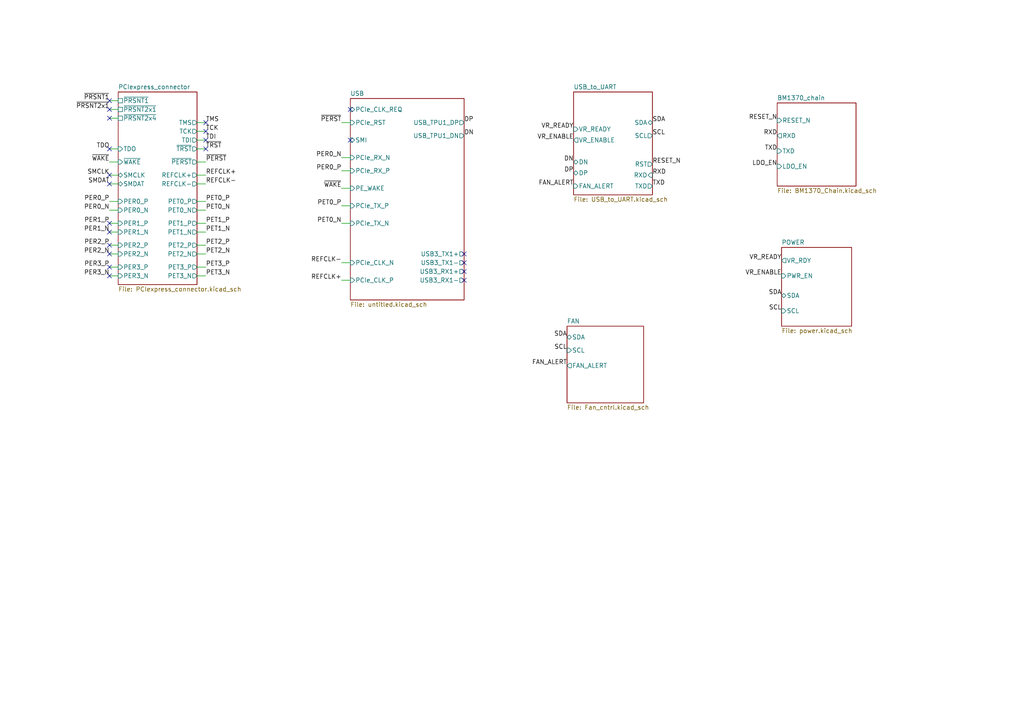
<source format=kicad_sch>
(kicad_sch
	(version 20250114)
	(generator "eeschema")
	(generator_version "9.0")
	(uuid "540dc3bd-590a-41f0-90cd-0aeeeb4ef5ba")
	(paper "A4")
	(title_block
		(title "PC-AXE")
		(company "Author: Aadhi M")
	)
	(lib_symbols)
	(no_connect
		(at 31.75 34.29)
		(uuid "1570c6f0-c1a5-4329-8d4b-4bb1294ad916")
	)
	(no_connect
		(at 101.6 40.64)
		(uuid "1d8ce5d9-2365-4a76-8616-5acc19490bf8")
	)
	(no_connect
		(at 31.75 71.12)
		(uuid "205a34a0-d624-4ee7-a31c-0e5f866990d6")
	)
	(no_connect
		(at 59.69 38.1)
		(uuid "2fc19e40-9f54-4a47-81dc-522d5a912530")
	)
	(no_connect
		(at 31.75 67.31)
		(uuid "32dc944e-edf0-4572-a8ee-c22b20477b41")
	)
	(no_connect
		(at 134.62 76.2)
		(uuid "37800e5e-2bec-43a7-b783-70781509e29f")
	)
	(no_connect
		(at 101.6 31.75)
		(uuid "49a3b812-1be4-4d75-b95e-f6c0baec5570")
	)
	(no_connect
		(at 31.75 73.66)
		(uuid "58be28e4-e2c8-4569-be40-a1a59667e8a6")
	)
	(no_connect
		(at 31.75 50.8)
		(uuid "7299274c-cd69-4e81-98a7-83811b78f384")
	)
	(no_connect
		(at 59.69 40.64)
		(uuid "82ae4a54-053a-4fee-9d14-0d0ebdced45a")
	)
	(no_connect
		(at 31.75 64.77)
		(uuid "90cd2a10-b6b4-4452-894c-15d1f4a84898")
	)
	(no_connect
		(at 31.75 80.01)
		(uuid "9836fd25-e717-4314-97f5-87abb717dfa5")
	)
	(no_connect
		(at 31.75 53.34)
		(uuid "9c0615ce-ae6b-4c21-9243-4d97a129a2e1")
	)
	(no_connect
		(at 59.69 43.18)
		(uuid "a0cdf537-f1ee-491a-88a7-26100ae877e9")
	)
	(no_connect
		(at 134.62 73.66)
		(uuid "c6bb6558-0f18-4ab9-b206-23bba7f5a893")
	)
	(no_connect
		(at 134.62 78.74)
		(uuid "d10225fc-158a-4fa1-9ca7-d482e3cc49c9")
	)
	(no_connect
		(at 31.75 77.47)
		(uuid "e4d0819b-3ef3-4e71-8aa1-96ace882b9c5")
	)
	(no_connect
		(at 31.75 43.18)
		(uuid "ebfad32d-ebb8-48b4-acdb-f165a9e403a5")
	)
	(no_connect
		(at 59.69 35.56)
		(uuid "eefbc2ff-b50c-4310-99b3-1a42ae6577af")
	)
	(no_connect
		(at 31.75 29.21)
		(uuid "f1d32ac1-176c-44ce-a76d-5b633a4f6e6c")
	)
	(no_connect
		(at 134.62 81.28)
		(uuid "f637d6b5-821d-4ade-8a34-30c5388fbd7c")
	)
	(no_connect
		(at 31.75 31.75)
		(uuid "fe6b1fc4-e2e7-4bc4-906c-45c84b4d4f9a")
	)
	(wire
		(pts
			(xy 31.75 50.8) (xy 34.29 50.8)
		)
		(stroke
			(width 0)
			(type default)
		)
		(uuid "03f10de5-3dc0-432d-aeee-7d0f933d8040")
	)
	(wire
		(pts
			(xy 57.15 71.12) (xy 59.69 71.12)
		)
		(stroke
			(width 0)
			(type default)
		)
		(uuid "0544d9a1-7298-4f91-9cd0-131739e17f9d")
	)
	(wire
		(pts
			(xy 99.06 76.2) (xy 101.6 76.2)
		)
		(stroke
			(width 0)
			(type default)
		)
		(uuid "06ad0ad6-79d2-4597-92d9-99f249d2ead5")
	)
	(wire
		(pts
			(xy 99.06 81.28) (xy 101.6 81.28)
		)
		(stroke
			(width 0)
			(type default)
		)
		(uuid "07aeb524-45ff-4550-a9e2-21761c9ef38d")
	)
	(wire
		(pts
			(xy 57.15 80.01) (xy 59.69 80.01)
		)
		(stroke
			(width 0)
			(type default)
		)
		(uuid "0afba477-331b-419e-8b43-b421a982cb67")
	)
	(wire
		(pts
			(xy 31.75 31.75) (xy 34.29 31.75)
		)
		(stroke
			(width 0)
			(type default)
		)
		(uuid "1578e7cd-efd1-40f2-a74f-7fcd595faa56")
	)
	(wire
		(pts
			(xy 57.15 38.1) (xy 59.69 38.1)
		)
		(stroke
			(width 0)
			(type default)
		)
		(uuid "184c3153-4250-4508-80f6-50959436fdf5")
	)
	(wire
		(pts
			(xy 99.06 35.56) (xy 101.6 35.56)
		)
		(stroke
			(width 0)
			(type default)
		)
		(uuid "1ffb3f67-8f8e-46f5-8c62-fc74f7a5c0cd")
	)
	(wire
		(pts
			(xy 57.15 53.34) (xy 59.69 53.34)
		)
		(stroke
			(width 0)
			(type default)
		)
		(uuid "205bb2a8-8c14-4790-92b7-c0a747709fde")
	)
	(wire
		(pts
			(xy 31.75 43.18) (xy 34.29 43.18)
		)
		(stroke
			(width 0)
			(type default)
		)
		(uuid "27440f51-fd65-46d5-bf4a-2c6f538425e8")
	)
	(wire
		(pts
			(xy 57.15 43.18) (xy 59.69 43.18)
		)
		(stroke
			(width 0)
			(type default)
		)
		(uuid "2dd1c1eb-2bd1-4eae-875e-ef17ddede4de")
	)
	(wire
		(pts
			(xy 31.75 46.99) (xy 34.29 46.99)
		)
		(stroke
			(width 0)
			(type default)
		)
		(uuid "330ef710-afac-4a47-94b0-6d51c9802412")
	)
	(wire
		(pts
			(xy 31.75 29.21) (xy 34.29 29.21)
		)
		(stroke
			(width 0)
			(type default)
		)
		(uuid "36e13cc7-aaea-47a6-91bc-e2b162042c79")
	)
	(wire
		(pts
			(xy 31.75 34.29) (xy 34.29 34.29)
		)
		(stroke
			(width 0)
			(type default)
		)
		(uuid "3c2f103c-6461-453e-8221-3be95f78289c")
	)
	(wire
		(pts
			(xy 31.75 58.42) (xy 34.29 58.42)
		)
		(stroke
			(width 0)
			(type default)
		)
		(uuid "475ccbcc-8c78-4528-87eb-15ebf6842fae")
	)
	(wire
		(pts
			(xy 31.75 60.96) (xy 34.29 60.96)
		)
		(stroke
			(width 0)
			(type default)
		)
		(uuid "50aea757-9877-43bb-ba83-5f51c46655f8")
	)
	(wire
		(pts
			(xy 31.75 53.34) (xy 34.29 53.34)
		)
		(stroke
			(width 0)
			(type default)
		)
		(uuid "518a45b9-973d-4400-954b-35734e01ec22")
	)
	(wire
		(pts
			(xy 57.15 73.66) (xy 59.69 73.66)
		)
		(stroke
			(width 0)
			(type default)
		)
		(uuid "63c82c7d-5658-4a6e-97bd-6f841ab732ec")
	)
	(wire
		(pts
			(xy 31.75 67.31) (xy 34.29 67.31)
		)
		(stroke
			(width 0)
			(type default)
		)
		(uuid "66e61b18-c2ec-4299-8ea7-13bb87b37268")
	)
	(wire
		(pts
			(xy 57.15 67.31) (xy 59.69 67.31)
		)
		(stroke
			(width 0)
			(type default)
		)
		(uuid "6b69ef97-6b99-49c4-872d-3bfde1cb50e7")
	)
	(wire
		(pts
			(xy 99.06 54.61) (xy 101.6 54.61)
		)
		(stroke
			(width 0)
			(type default)
		)
		(uuid "723b42e2-e6a9-452f-ab96-1e0a3685299b")
	)
	(wire
		(pts
			(xy 99.06 49.53) (xy 101.6 49.53)
		)
		(stroke
			(width 0)
			(type default)
		)
		(uuid "72c21775-f8f6-4acf-9836-29a973122dfb")
	)
	(wire
		(pts
			(xy 57.15 58.42) (xy 59.69 58.42)
		)
		(stroke
			(width 0)
			(type default)
		)
		(uuid "839ab67e-345a-41f7-9f74-8751b126ad3b")
	)
	(wire
		(pts
			(xy 31.75 71.12) (xy 34.29 71.12)
		)
		(stroke
			(width 0)
			(type default)
		)
		(uuid "8bd3e57c-bec7-461b-b3a0-f0a81f124c6b")
	)
	(wire
		(pts
			(xy 57.15 60.96) (xy 59.69 60.96)
		)
		(stroke
			(width 0)
			(type default)
		)
		(uuid "8e194789-7450-44de-b6d8-7aa67b3446cc")
	)
	(wire
		(pts
			(xy 57.15 64.77) (xy 59.69 64.77)
		)
		(stroke
			(width 0)
			(type default)
		)
		(uuid "96d951b0-e122-4b7d-bf2f-7b7872d013fb")
	)
	(wire
		(pts
			(xy 31.75 80.01) (xy 34.29 80.01)
		)
		(stroke
			(width 0)
			(type default)
		)
		(uuid "9e1a165c-1b1d-49e5-ae46-70d686f0438e")
	)
	(wire
		(pts
			(xy 57.15 46.99) (xy 59.69 46.99)
		)
		(stroke
			(width 0)
			(type default)
		)
		(uuid "b453e55e-440e-4da6-bfda-ed1f6a1c5fa8")
	)
	(wire
		(pts
			(xy 57.15 35.56) (xy 59.69 35.56)
		)
		(stroke
			(width 0)
			(type default)
		)
		(uuid "b5f0c0a7-433b-4f4b-ad78-cf1fc48aa366")
	)
	(wire
		(pts
			(xy 99.06 45.72) (xy 101.6 45.72)
		)
		(stroke
			(width 0)
			(type default)
		)
		(uuid "c10010c2-0e42-40f4-bade-cfb1f33b4a21")
	)
	(wire
		(pts
			(xy 99.06 64.77) (xy 101.6 64.77)
		)
		(stroke
			(width 0)
			(type default)
		)
		(uuid "c2e0ac18-a9c9-4d54-9b5a-64abeb67146e")
	)
	(wire
		(pts
			(xy 31.75 73.66) (xy 34.29 73.66)
		)
		(stroke
			(width 0)
			(type default)
		)
		(uuid "c3258b82-0754-438f-9dbb-4cc25f36c84d")
	)
	(wire
		(pts
			(xy 57.15 40.64) (xy 59.69 40.64)
		)
		(stroke
			(width 0)
			(type default)
		)
		(uuid "c4300b9c-4f36-420e-a950-d9b94a20dc25")
	)
	(wire
		(pts
			(xy 99.06 59.69) (xy 101.6 59.69)
		)
		(stroke
			(width 0)
			(type default)
		)
		(uuid "c7075d84-00f0-4971-bc69-115cd3fad582")
	)
	(wire
		(pts
			(xy 57.15 77.47) (xy 59.69 77.47)
		)
		(stroke
			(width 0)
			(type default)
		)
		(uuid "c90012a9-b553-4788-9521-1cfaf09c3af3")
	)
	(wire
		(pts
			(xy 31.75 64.77) (xy 34.29 64.77)
		)
		(stroke
			(width 0)
			(type default)
		)
		(uuid "e09f3ece-fd63-48ad-90e9-7f4191f36b40")
	)
	(wire
		(pts
			(xy 31.75 77.47) (xy 34.29 77.47)
		)
		(stroke
			(width 0)
			(type default)
		)
		(uuid "f5dcd5ac-625a-4fa9-9f30-4dff6b39e72c")
	)
	(wire
		(pts
			(xy 57.15 50.8) (xy 59.69 50.8)
		)
		(stroke
			(width 0)
			(type default)
		)
		(uuid "f740315d-1635-4721-ab87-60892c8099bf")
	)
	(label "PER1_P"
		(at 31.75 64.77 180)
		(effects
			(font
				(size 1.27 1.27)
			)
			(justify right bottom)
		)
		(uuid "040481b7-d15f-4d19-aa51-4979570f4e77")
	)
	(label "SCL"
		(at 164.465 101.6 180)
		(effects
			(font
				(size 1.27 1.27)
			)
			(justify right bottom)
		)
		(uuid "0791d9ac-dcfa-4a41-a4db-059e388a3a81")
	)
	(label "PER3_P"
		(at 31.75 77.47 180)
		(effects
			(font
				(size 1.27 1.27)
			)
			(justify right bottom)
		)
		(uuid "0a50bb8c-8d08-432e-944b-952d4c1ec18e")
	)
	(label "PET1_N"
		(at 59.69 67.31 0)
		(effects
			(font
				(size 1.27 1.27)
			)
			(justify left bottom)
		)
		(uuid "0b70a29e-2aae-419a-bfea-e88d3d90f020")
	)
	(label "VR_ENABLE"
		(at 166.37 40.64 180)
		(effects
			(font
				(size 1.27 1.27)
			)
			(justify right bottom)
		)
		(uuid "12dfad6e-9e83-4649-b816-2f0fb2c2b8ff")
	)
	(label "PER1_N"
		(at 31.75 67.31 180)
		(effects
			(font
				(size 1.27 1.27)
			)
			(justify right bottom)
		)
		(uuid "13ac4dec-9e99-4b85-a59e-b678c04373a2")
	)
	(label "RESET_N"
		(at 189.23 47.625 0)
		(effects
			(font
				(size 1.27 1.27)
			)
			(justify left bottom)
		)
		(uuid "14ffe69f-55de-4121-8fcb-24833eec7a4e")
	)
	(label "TXD"
		(at 225.425 43.815 180)
		(effects
			(font
				(size 1.27 1.27)
			)
			(justify right bottom)
		)
		(uuid "1712ce2f-66b1-4eba-94a4-7a9fb57fb877")
	)
	(label "TDO"
		(at 31.75 43.18 180)
		(effects
			(font
				(size 1.27 1.27)
			)
			(justify right bottom)
		)
		(uuid "1b70d5c0-a8e7-4752-bb6d-06b6acfd68e4")
	)
	(label "~{PRSNT1}"
		(at 31.75 29.21 180)
		(effects
			(font
				(size 1.27 1.27)
			)
			(justify right bottom)
		)
		(uuid "1edccfec-f834-479c-87fb-fe2ca440841a")
	)
	(label "PER0_P"
		(at 31.75 58.42 180)
		(effects
			(font
				(size 1.27 1.27)
			)
			(justify right bottom)
		)
		(uuid "2b320a06-df43-4a56-a431-9f6ea55fa165")
	)
	(label "DN"
		(at 134.62 39.37 0)
		(effects
			(font
				(size 1.27 1.27)
			)
			(justify left bottom)
		)
		(uuid "318b6fef-cb3f-4ac6-908e-9a82c56d9064")
	)
	(label "PET2_P"
		(at 59.69 71.12 0)
		(effects
			(font
				(size 1.27 1.27)
			)
			(justify left bottom)
		)
		(uuid "3b8fa938-f6c0-428b-a841-f37ed800f564")
	)
	(label "TCK"
		(at 59.69 38.1 0)
		(effects
			(font
				(size 1.27 1.27)
			)
			(justify left bottom)
		)
		(uuid "42df29da-a623-4256-b1e8-68db2a88842d")
	)
	(label "LDO_EN"
		(at 225.425 48.26 180)
		(effects
			(font
				(size 1.27 1.27)
			)
			(justify right bottom)
		)
		(uuid "47403a14-94ae-4364-afa5-f89fef46f0e4")
	)
	(label "REFCLK+"
		(at 99.06 81.28 180)
		(effects
			(font
				(size 1.27 1.27)
			)
			(justify right bottom)
		)
		(uuid "49f86605-d520-4680-8ee1-1a766331c10f")
	)
	(label "REFCLK-"
		(at 99.06 76.2 180)
		(effects
			(font
				(size 1.27 1.27)
			)
			(justify right bottom)
		)
		(uuid "509df149-81dd-4b61-8415-d53a043a1c79")
	)
	(label "~{PERST}"
		(at 99.06 35.56 180)
		(effects
			(font
				(size 1.27 1.27)
			)
			(justify right bottom)
		)
		(uuid "534ba71a-96f1-4b85-a004-25a47f3cfec6")
	)
	(label "~{PERST}"
		(at 59.69 46.99 0)
		(effects
			(font
				(size 1.27 1.27)
			)
			(justify left bottom)
		)
		(uuid "598bc040-7d3c-43bb-8353-b67ac192c42f")
	)
	(label "PET1_P"
		(at 59.69 64.77 0)
		(effects
			(font
				(size 1.27 1.27)
			)
			(justify left bottom)
		)
		(uuid "5b928846-8aa2-4bc3-9455-92812d3ac681")
	)
	(label "DP"
		(at 134.62 35.56 0)
		(effects
			(font
				(size 1.27 1.27)
			)
			(justify left bottom)
		)
		(uuid "5cba6eb1-ab72-47bf-aeee-162a5c9df4a7")
	)
	(label "~{WAKE}"
		(at 31.75 46.99 180)
		(effects
			(font
				(size 1.27 1.27)
			)
			(justify right bottom)
		)
		(uuid "5eab3cee-a6b5-4386-812f-beb1304afc0e")
	)
	(label "PET0_N"
		(at 99.06 64.77 180)
		(effects
			(font
				(size 1.27 1.27)
			)
			(justify right bottom)
		)
		(uuid "623815cc-6d77-4101-a996-c07ffb8ab37a")
	)
	(label "SMDAT"
		(at 31.75 53.34 180)
		(effects
			(font
				(size 1.27 1.27)
			)
			(justify right bottom)
		)
		(uuid "69717119-a1ce-4da4-8893-95bd2a7b4a96")
	)
	(label "PET0_P"
		(at 59.69 58.42 0)
		(effects
			(font
				(size 1.27 1.27)
			)
			(justify left bottom)
		)
		(uuid "6cba8737-b2d1-4e7b-bbc6-8d0b5e7803d9")
	)
	(label "PER2_P"
		(at 31.75 71.12 180)
		(effects
			(font
				(size 1.27 1.27)
			)
			(justify right bottom)
		)
		(uuid "6e94c5c6-8700-45af-bd82-ef688e305b07")
	)
	(label "FAN_ALERT"
		(at 166.37 53.975 180)
		(effects
			(font
				(size 1.27 1.27)
			)
			(justify right bottom)
		)
		(uuid "6fd1bf84-189f-4023-bb3a-db9b866eec35")
	)
	(label "SCL"
		(at 189.23 39.37 0)
		(effects
			(font
				(size 1.27 1.27)
			)
			(justify left bottom)
		)
		(uuid "73027d04-1e1d-4df1-95d3-025f0e2e1b0c")
	)
	(label "RXD"
		(at 189.23 50.8 0)
		(effects
			(font
				(size 1.27 1.27)
			)
			(justify left bottom)
		)
		(uuid "7f32bde9-8d96-4a72-b447-7efccab3ae15")
	)
	(label "PET3_P"
		(at 59.69 77.47 0)
		(effects
			(font
				(size 1.27 1.27)
			)
			(justify left bottom)
		)
		(uuid "8281912d-3e04-49b8-bbab-d428aee079f9")
	)
	(label "PER0_N"
		(at 99.06 45.72 180)
		(effects
			(font
				(size 1.27 1.27)
			)
			(justify right bottom)
		)
		(uuid "9488150d-d512-429d-bf4d-e29e20a0fb73")
	)
	(label "REFCLK-"
		(at 59.69 53.34 0)
		(effects
			(font
				(size 1.27 1.27)
			)
			(justify left bottom)
		)
		(uuid "95aad8d2-6c9b-44c3-9b00-f39e64e1cc1e")
	)
	(label "VR_READY"
		(at 166.37 37.465 180)
		(effects
			(font
				(size 1.27 1.27)
			)
			(justify right bottom)
		)
		(uuid "9e0f302a-f796-4203-a4c4-f72e24ef2acd")
	)
	(label "RESET_N"
		(at 225.425 34.925 180)
		(effects
			(font
				(size 1.27 1.27)
			)
			(justify right bottom)
		)
		(uuid "a39585c5-a2d1-49ba-9fcb-60a02d8b0fd4")
	)
	(label "DP"
		(at 166.37 50.165 180)
		(effects
			(font
				(size 1.27 1.27)
			)
			(justify right bottom)
		)
		(uuid "a4e73514-46c5-479b-bbb5-73f2a6b2d419")
	)
	(label "REFCLK+"
		(at 59.69 50.8 0)
		(effects
			(font
				(size 1.27 1.27)
			)
			(justify left bottom)
		)
		(uuid "a876443c-ee29-4000-b704-de88d906b7ef")
	)
	(label "TDI"
		(at 59.69 40.64 0)
		(effects
			(font
				(size 1.27 1.27)
			)
			(justify left bottom)
		)
		(uuid "ae120437-bf1b-4a4c-85d0-050bea49685d")
	)
	(label "PER2_N"
		(at 31.75 73.66 180)
		(effects
			(font
				(size 1.27 1.27)
			)
			(justify right bottom)
		)
		(uuid "b833862b-4e01-4a53-bc10-46681a885e96")
	)
	(label "SDA"
		(at 189.23 35.56 0)
		(effects
			(font
				(size 1.27 1.27)
			)
			(justify left bottom)
		)
		(uuid "b862133f-ebb3-4464-87ab-318695023075")
	)
	(label "RXD"
		(at 225.425 39.37 180)
		(effects
			(font
				(size 1.27 1.27)
			)
			(justify right bottom)
		)
		(uuid "bf81eec4-4e78-46d1-ae17-9299c443300b")
	)
	(label "SDA"
		(at 226.695 85.725 180)
		(effects
			(font
				(size 1.27 1.27)
			)
			(justify right bottom)
		)
		(uuid "c192f699-ea18-405f-ac0d-64dda99fb4fc")
	)
	(label "PET3_N"
		(at 59.69 80.01 0)
		(effects
			(font
				(size 1.27 1.27)
			)
			(justify left bottom)
		)
		(uuid "c616b147-6b16-47ae-aad3-cfd629eadea7")
	)
	(label "DN"
		(at 166.37 46.99 180)
		(effects
			(font
				(size 1.27 1.27)
			)
			(justify right bottom)
		)
		(uuid "c95040de-8b80-43c5-b3b7-2af95ae7f8f7")
	)
	(label "PET2_N"
		(at 59.69 73.66 0)
		(effects
			(font
				(size 1.27 1.27)
			)
			(justify left bottom)
		)
		(uuid "caa99ec0-fb12-47e7-9ec9-427302ddc63e")
	)
	(label "TMS"
		(at 59.69 35.56 0)
		(effects
			(font
				(size 1.27 1.27)
			)
			(justify left bottom)
		)
		(uuid "ce9be9e8-f41a-4ab8-9451-77080e470e12")
	)
	(label "PET0_P"
		(at 99.06 59.69 180)
		(effects
			(font
				(size 1.27 1.27)
			)
			(justify right bottom)
		)
		(uuid "cf885016-4c16-4119-ae6a-c6eaf8601441")
	)
	(label "FAN_ALERT"
		(at 164.465 106.045 180)
		(effects
			(font
				(size 1.27 1.27)
			)
			(justify right bottom)
		)
		(uuid "d0f0c394-4ed9-46df-b157-1b60659c227a")
	)
	(label "SDA"
		(at 164.465 97.79 180)
		(effects
			(font
				(size 1.27 1.27)
			)
			(justify right bottom)
		)
		(uuid "d63e35cd-a17d-41ea-8a17-64c2a9af12e0")
	)
	(label "~{TRST}"
		(at 59.69 43.18 0)
		(effects
			(font
				(size 1.27 1.27)
			)
			(justify left bottom)
		)
		(uuid "db939158-6e32-4c57-8197-2121e5849d01")
	)
	(label "PER0_P"
		(at 99.06 49.53 180)
		(effects
			(font
				(size 1.27 1.27)
			)
			(justify right bottom)
		)
		(uuid "dd68da6e-2f5f-4061-ab43-259778e21f18")
	)
	(label "VR_ENABLE"
		(at 226.695 80.01 180)
		(effects
			(font
				(size 1.27 1.27)
			)
			(justify right bottom)
		)
		(uuid "e042ecfa-134f-4ccf-a32c-29fa0e5d5887")
	)
	(label "TXD"
		(at 189.23 53.975 0)
		(effects
			(font
				(size 1.27 1.27)
			)
			(justify left bottom)
		)
		(uuid "e6c0dc2d-32c7-4a2d-824f-72ec41dd81bd")
	)
	(label "~{WAKE}"
		(at 99.06 54.61 180)
		(effects
			(font
				(size 1.27 1.27)
			)
			(justify right bottom)
		)
		(uuid "e817f30c-13e9-457f-9bf7-a911b0315c10")
	)
	(label "PET0_N"
		(at 59.69 60.96 0)
		(effects
			(font
				(size 1.27 1.27)
			)
			(justify left bottom)
		)
		(uuid "e9feebcc-bee8-46be-9175-af91d779e297")
	)
	(label "~{PRSNT2x1}"
		(at 31.75 31.75 180)
		(effects
			(font
				(size 1.27 1.27)
			)
			(justify right bottom)
		)
		(uuid "ea867777-c158-4622-8fbb-e6f406c21bd6")
	)
	(label "SCL"
		(at 226.695 90.17 180)
		(effects
			(font
				(size 1.27 1.27)
			)
			(justify right bottom)
		)
		(uuid "ede2b1f5-15d3-4fe3-b3c1-686d607ac4c0")
	)
	(label "PER0_N"
		(at 31.75 60.96 180)
		(effects
			(font
				(size 1.27 1.27)
			)
			(justify right bottom)
		)
		(uuid "fc66f628-d2b5-4900-bb72-3153a8b3a687")
	)
	(label "SMCLK"
		(at 31.75 50.8 180)
		(effects
			(font
				(size 1.27 1.27)
			)
			(justify right bottom)
		)
		(uuid "fe4a9aa0-5f84-4f10-b326-ecc5ab3a9b08")
	)
	(label "VR_READY"
		(at 226.695 75.565 180)
		(effects
			(font
				(size 1.27 1.27)
			)
			(justify right bottom)
		)
		(uuid "ff6e5734-474a-4e86-a78e-ef4755212920")
	)
	(label "PER3_N"
		(at 31.75 80.01 180)
		(effects
			(font
				(size 1.27 1.27)
			)
			(justify right bottom)
		)
		(uuid "ffc97a3f-3905-4a95-918f-4c11e86953b1")
	)
	(sheet
		(at 34.29 26.67)
		(size 22.86 55.88)
		(exclude_from_sim no)
		(in_bom yes)
		(on_board yes)
		(dnp no)
		(fields_autoplaced yes)
		(stroke
			(width 0)
			(type solid)
		)
		(fill
			(color 0 0 0 0.0000)
		)
		(uuid "00000000-0000-0000-0000-00005d508b15")
		(property "Sheetname" "PCIexpress_connector"
			(at 34.29 25.9584 0)
			(effects
				(font
					(size 1.27 1.27)
				)
				(justify left bottom)
			)
		)
		(property "Sheetfile" "PCIexpress_connector.kicad_sch"
			(at 34.29 83.1346 0)
			(effects
				(font
					(size 1.27 1.27)
				)
				(justify left top)
			)
		)
		(pin "PET0_P" output
			(at 57.15 58.42 0)
			(uuid "ad9575f7-0f8a-4903-abac-85bf78b77bae")
			(effects
				(font
					(size 1.27 1.27)
				)
				(justify right)
			)
		)
		(pin "PET0_N" output
			(at 57.15 60.96 0)
			(uuid "7cf3800d-bd15-41a1-92d9-d43c74af71fb")
			(effects
				(font
					(size 1.27 1.27)
				)
				(justify right)
			)
		)
		(pin "REFCLK+" output
			(at 57.15 50.8 0)
			(uuid "11c61cde-446f-4e8a-b46c-befae2e268e7")
			(effects
				(font
					(size 1.27 1.27)
				)
				(justify right)
			)
		)
		(pin "REFCLK-" output
			(at 57.15 53.34 0)
			(uuid "04deffd4-95ac-40ea-b7a7-6dca7c04063f")
			(effects
				(font
					(size 1.27 1.27)
				)
				(justify right)
			)
		)
		(pin "TDO" input
			(at 34.29 43.18 180)
			(uuid "d5adc5c4-aa99-4616-83cd-f2cf000e9307")
			(effects
				(font
					(size 1.27 1.27)
				)
				(justify left)
			)
		)
		(pin "TMS" output
			(at 57.15 35.56 0)
			(uuid "1664a5cf-f8d2-42e0-9723-3072d829f38d")
			(effects
				(font
					(size 1.27 1.27)
				)
				(justify right)
			)
		)
		(pin "TDI" output
			(at 57.15 40.64 0)
			(uuid "d1c962b2-48bb-4b3e-9f6b-23e9b42ab632")
			(effects
				(font
					(size 1.27 1.27)
				)
				(justify right)
			)
		)
		(pin "TCK" output
			(at 57.15 38.1 0)
			(uuid "67cd7249-115f-4464-97e5-980282b1ff7a")
			(effects
				(font
					(size 1.27 1.27)
				)
				(justify right)
			)
		)
		(pin "PET1_P" output
			(at 57.15 64.77 0)
			(uuid "c357be69-2a5f-4a49-80b8-f867a74fd52f")
			(effects
				(font
					(size 1.27 1.27)
				)
				(justify right)
			)
		)
		(pin "PET1_N" output
			(at 57.15 67.31 0)
			(uuid "49729ddc-4ae8-4c8f-aeda-93161689358b")
			(effects
				(font
					(size 1.27 1.27)
				)
				(justify right)
			)
		)
		(pin "PET2_P" output
			(at 57.15 71.12 0)
			(uuid "c704ff2a-76a1-4038-a25a-f4b6a2b1cecb")
			(effects
				(font
					(size 1.27 1.27)
				)
				(justify right)
			)
		)
		(pin "PET2_N" output
			(at 57.15 73.66 0)
			(uuid "450ce2f8-7481-440c-b6bb-9f990139edc1")
			(effects
				(font
					(size 1.27 1.27)
				)
				(justify right)
			)
		)
		(pin "PET3_P" output
			(at 57.15 77.47 0)
			(uuid "a9f3d3b2-2102-4e87-8463-606276f91192")
			(effects
				(font
					(size 1.27 1.27)
				)
				(justify right)
			)
		)
		(pin "PET3_N" output
			(at 57.15 80.01 0)
			(uuid "0bd94a1f-dc2a-43f7-89d7-5bfeb89a72ce")
			(effects
				(font
					(size 1.27 1.27)
				)
				(justify right)
			)
		)
		(pin "PER1_P" input
			(at 34.29 64.77 180)
			(uuid "c4cae37d-c1f3-4868-bb5f-720ffe116b23")
			(effects
				(font
					(size 1.27 1.27)
				)
				(justify left)
			)
		)
		(pin "PER1_N" input
			(at 34.29 67.31 180)
			(uuid "5b665f71-a20a-499c-8aca-8300eb7f5a89")
			(effects
				(font
					(size 1.27 1.27)
				)
				(justify left)
			)
		)
		(pin "PER2_P" input
			(at 34.29 71.12 180)
			(uuid "f1a7d8f1-347e-438e-bdf5-c172df27a7a5")
			(effects
				(font
					(size 1.27 1.27)
				)
				(justify left)
			)
		)
		(pin "PER2_N" input
			(at 34.29 73.66 180)
			(uuid "faf1e3d6-e5b4-4cb3-8912-4d10c7083174")
			(effects
				(font
					(size 1.27 1.27)
				)
				(justify left)
			)
		)
		(pin "PER3_P" input
			(at 34.29 77.47 180)
			(uuid "fb5ddc30-4e60-428c-89c4-fbce2f2ffad7")
			(effects
				(font
					(size 1.27 1.27)
				)
				(justify left)
			)
		)
		(pin "PER3_N" input
			(at 34.29 80.01 180)
			(uuid "aa368244-6b2a-4007-af3d-15d4ed56b4ca")
			(effects
				(font
					(size 1.27 1.27)
				)
				(justify left)
			)
		)
		(pin "~{WAKE}" input
			(at 34.29 46.99 180)
			(uuid "2f628eca-4a0a-4e8c-849c-9c88b0d1663d")
			(effects
				(font
					(size 1.27 1.27)
				)
				(justify left)
			)
		)
		(pin "~{TRST}" output
			(at 57.15 43.18 0)
			(uuid "ff1f45b2-4492-430c-b736-d4a2eba96d27")
			(effects
				(font
					(size 1.27 1.27)
				)
				(justify right)
			)
		)
		(pin "SMCLK" bidirectional
			(at 34.29 50.8 180)
			(uuid "144946c9-51d1-4e33-afc9-312a707db726")
			(effects
				(font
					(size 1.27 1.27)
				)
				(justify left)
			)
		)
		(pin "SMDAT" bidirectional
			(at 34.29 53.34 180)
			(uuid "795e033d-521d-4908-b12f-4bbccab782f4")
			(effects
				(font
					(size 1.27 1.27)
				)
				(justify left)
			)
		)
		(pin "~{PERST}" output
			(at 57.15 46.99 0)
			(uuid "34ea377e-fffd-4881-9e51-0d218b457aef")
			(effects
				(font
					(size 1.27 1.27)
				)
				(justify right)
			)
		)
		(pin "~{PRSNT1}" passive
			(at 34.29 29.21 180)
			(uuid "27e593d4-ff21-4632-9642-4472a5661f7f")
			(effects
				(font
					(size 1.27 1.27)
				)
				(justify left)
			)
		)
		(pin "~{PRSNT2x4}" passive
			(at 34.29 34.29 180)
			(uuid "be50094d-edb9-484b-9b39-ad6aa351df74")
			(effects
				(font
					(size 1.27 1.27)
				)
				(justify left)
			)
		)
		(pin "~{PRSNT2x1}" passive
			(at 34.29 31.75 180)
			(uuid "debb6a05-61b2-477c-9119-e0c33e680ccd")
			(effects
				(font
					(size 1.27 1.27)
				)
				(justify left)
			)
		)
		(pin "PER0_N" input
			(at 34.29 60.96 180)
			(uuid "0eecacc1-5a5b-4ca3-89a4-3c0466f319c6")
			(effects
				(font
					(size 1.27 1.27)
				)
				(justify left)
			)
		)
		(pin "PER0_P" input
			(at 34.29 58.42 180)
			(uuid "12352cc2-39ef-418f-8191-54ad27dc6019")
			(effects
				(font
					(size 1.27 1.27)
				)
				(justify left)
			)
		)
		(instances
			(project "PC-AXE"
				(path "/540dc3bd-590a-41f0-90cd-0aeeeb4ef5ba"
					(page "2")
				)
			)
		)
	)
	(sheet
		(at 226.695 71.755)
		(size 20.32 22.86)
		(exclude_from_sim no)
		(in_bom yes)
		(on_board yes)
		(dnp no)
		(fields_autoplaced yes)
		(stroke
			(width 0.1524)
			(type solid)
		)
		(fill
			(color 0 0 0 0.0000)
		)
		(uuid "049cc3a6-36b5-4dee-bdf2-7e5f4e5480ae")
		(property "Sheetname" "POWER"
			(at 226.695 71.0434 0)
			(effects
				(font
					(size 1.27 1.27)
				)
				(justify left bottom)
			)
		)
		(property "Sheetfile" "power.kicad_sch"
			(at 226.695 95.1996 0)
			(effects
				(font
					(size 1.27 1.27)
				)
				(justify left top)
			)
		)
		(pin "VR_RDY" output
			(at 226.695 75.565 180)
			(uuid "2e8d2689-6134-4d16-b658-0ba3197458c9")
			(effects
				(font
					(size 1.27 1.27)
				)
				(justify left)
			)
		)
		(pin "PWR_EN" input
			(at 226.695 80.01 180)
			(uuid "352a379a-01b1-47bc-aa43-07468f79cc23")
			(effects
				(font
					(size 1.27 1.27)
				)
				(justify left)
			)
		)
		(pin "SDA" bidirectional
			(at 226.695 85.725 180)
			(uuid "544293bb-be9d-4950-aa22-b7e92a8daf21")
			(effects
				(font
					(size 1.27 1.27)
				)
				(justify left)
			)
		)
		(pin "SCL" input
			(at 226.695 90.17 180)
			(uuid "851dda8e-bd61-4439-bc4d-e35dd6585df7")
			(effects
				(font
					(size 1.27 1.27)
				)
				(justify left)
			)
		)
		(instances
			(project "PC-AXE"
				(path "/540dc3bd-590a-41f0-90cd-0aeeeb4ef5ba"
					(page "4")
				)
			)
		)
	)
	(sheet
		(at 225.425 29.845)
		(size 22.86 24.13)
		(exclude_from_sim no)
		(in_bom yes)
		(on_board yes)
		(dnp no)
		(fields_autoplaced yes)
		(stroke
			(width 0.1524)
			(type solid)
		)
		(fill
			(color 0 0 0 0.0000)
		)
		(uuid "33065470-dbb7-4d39-aa86-47ade5123425")
		(property "Sheetname" "BM1370_chain"
			(at 225.425 29.1334 0)
			(effects
				(font
					(size 1.27 1.27)
				)
				(justify left bottom)
			)
		)
		(property "Sheetfile" "BM1370_Chain.kicad_sch"
			(at 225.425 54.5596 0)
			(effects
				(font
					(size 1.27 1.27)
				)
				(justify left top)
			)
		)
		(pin "RESET_N" input
			(at 225.425 34.925 180)
			(uuid "690cdc6e-e24e-44ab-94e8-1c27a8d946b5")
			(effects
				(font
					(size 1.27 1.27)
				)
				(justify left)
			)
		)
		(pin "RXD" output
			(at 225.425 39.37 180)
			(uuid "cf6483f8-b653-4031-9fbc-f491c583daea")
			(effects
				(font
					(size 1.27 1.27)
				)
				(justify left)
			)
		)
		(pin "TXD" input
			(at 225.425 43.815 180)
			(uuid "63308306-eac2-4e3c-b8ce-4b90576c6c42")
			(effects
				(font
					(size 1.27 1.27)
				)
				(justify left)
			)
		)
		(pin "LDO_EN" input
			(at 225.425 48.26 180)
			(uuid "07d2d71c-0af4-466a-89f0-d7ba84f11428")
			(effects
				(font
					(size 1.27 1.27)
				)
				(justify left)
			)
		)
		(instances
			(project "PC-AXE"
				(path "/540dc3bd-590a-41f0-90cd-0aeeeb4ef5ba"
					(page "11")
				)
			)
		)
	)
	(sheet
		(at 101.6 28.575)
		(size 33.02 58.42)
		(exclude_from_sim no)
		(in_bom yes)
		(on_board yes)
		(dnp no)
		(fields_autoplaced yes)
		(stroke
			(width 0.1524)
			(type solid)
		)
		(fill
			(color 0 0 0 0.0000)
		)
		(uuid "566ecfb2-dc25-4794-9a6c-e7bc72d06ba6")
		(property "Sheetname" "USB"
			(at 101.6 27.8634 0)
			(effects
				(font
					(size 1.27 1.27)
				)
				(justify left bottom)
			)
		)
		(property "Sheetfile" "untitled.kicad_sch"
			(at 101.6 87.5796 0)
			(effects
				(font
					(size 1.27 1.27)
				)
				(justify left top)
			)
		)
		(pin "PCIe_CLK_REQ" input
			(at 101.6 31.75 180)
			(uuid "110fde21-a711-41bd-9a04-4e911ecbc036")
			(effects
				(font
					(size 1.27 1.27)
				)
				(justify left)
			)
		)
		(pin "PCIe_RST" input
			(at 101.6 35.56 180)
			(uuid "efc2af83-b650-4829-a151-5cf7c0f293c1")
			(effects
				(font
					(size 1.27 1.27)
				)
				(justify left)
			)
		)
		(pin "SMI" input
			(at 101.6 40.64 180)
			(uuid "c29991c4-3341-4390-8c56-f46228ca2365")
			(effects
				(font
					(size 1.27 1.27)
				)
				(justify left)
			)
		)
		(pin "PCIe_RX_N" input
			(at 101.6 45.72 180)
			(uuid "03cf4196-6e26-411b-b7cd-14ae61493c92")
			(effects
				(font
					(size 1.27 1.27)
				)
				(justify left)
			)
		)
		(pin "PCIe_RX_P" input
			(at 101.6 49.53 180)
			(uuid "0fc9c91c-a036-41f1-95fa-9f0465072acc")
			(effects
				(font
					(size 1.27 1.27)
				)
				(justify left)
			)
		)
		(pin "PCIe_TX_P" input
			(at 101.6 59.69 180)
			(uuid "da47bbfb-7c49-430a-9d29-c9873cf281a9")
			(effects
				(font
					(size 1.27 1.27)
				)
				(justify left)
			)
		)
		(pin "PCIe_CLK_N" input
			(at 101.6 76.2 180)
			(uuid "571b0763-fff5-4976-bf45-73bbc290843f")
			(effects
				(font
					(size 1.27 1.27)
				)
				(justify left)
			)
		)
		(pin "PCIe_CLK_P" input
			(at 101.6 81.28 180)
			(uuid "866cba62-a58c-48fe-8173-6883b2a8cc02")
			(effects
				(font
					(size 1.27 1.27)
				)
				(justify left)
			)
		)
		(pin "PCIe_TX_N" input
			(at 101.6 64.77 180)
			(uuid "72b0ba9b-ff5f-406b-9dd1-d6fb9020c60c")
			(effects
				(font
					(size 1.27 1.27)
				)
				(justify left)
			)
		)
		(pin "USB_TPU1_DP" output
			(at 134.62 35.56 0)
			(uuid "e0fbf69d-50fa-49be-afd0-c2ae8811a8f5")
			(effects
				(font
					(size 1.27 1.27)
				)
				(justify right)
			)
		)
		(pin "USB_TPU1_DN" output
			(at 134.62 39.37 0)
			(uuid "54394bc3-2eb9-4960-a0a3-290561f834a7")
			(effects
				(font
					(size 1.27 1.27)
				)
				(justify right)
			)
		)
		(pin "USB3_TX1+" output
			(at 134.62 73.66 0)
			(uuid "fdcab58e-b400-49c0-8e12-dab6dfbf54f5")
			(effects
				(font
					(size 1.27 1.27)
				)
				(justify right)
			)
		)
		(pin "USB3_TX1-" output
			(at 134.62 76.2 0)
			(uuid "72e7d145-8932-4244-9ea3-0fa358089f66")
			(effects
				(font
					(size 1.27 1.27)
				)
				(justify right)
			)
		)
		(pin "USB3_RX1+" output
			(at 134.62 78.74 0)
			(uuid "0aa18c5c-79ce-4eb8-b7f8-ecdddb08ad4e")
			(effects
				(font
					(size 1.27 1.27)
				)
				(justify right)
			)
		)
		(pin "USB3_RX1-" output
			(at 134.62 81.28 0)
			(uuid "e6b64dbc-951d-450b-bdc6-a719c6ad96ed")
			(effects
				(font
					(size 1.27 1.27)
				)
				(justify right)
			)
		)
		(pin "PE_WAKE" input
			(at 101.6 54.61 180)
			(uuid "5323c2bc-346c-4be4-9471-b232871816b3")
			(effects
				(font
					(size 1.27 1.27)
				)
				(justify left)
			)
		)
		(instances
			(project "PC-AXE"
				(path "/540dc3bd-590a-41f0-90cd-0aeeeb4ef5ba"
					(page "3")
				)
			)
		)
	)
	(sheet
		(at 164.465 94.615)
		(size 22.225 22.225)
		(exclude_from_sim no)
		(in_bom yes)
		(on_board yes)
		(dnp no)
		(fields_autoplaced yes)
		(stroke
			(width 0.1524)
			(type solid)
		)
		(fill
			(color 0 0 0 0.0000)
		)
		(uuid "6088ec6e-3d6d-4351-954a-3c069000a6b9")
		(property "Sheetname" "FAN"
			(at 164.465 93.9034 0)
			(effects
				(font
					(size 1.27 1.27)
				)
				(justify left bottom)
			)
		)
		(property "Sheetfile" "Fan_cntrl.kicad_sch"
			(at 164.465 117.4246 0)
			(effects
				(font
					(size 1.27 1.27)
				)
				(justify left top)
			)
		)
		(pin "SDA" bidirectional
			(at 164.465 97.79 180)
			(uuid "b820ba8d-3938-4880-a08f-382302bb23da")
			(effects
				(font
					(size 1.27 1.27)
				)
				(justify left)
			)
		)
		(pin "SCL" input
			(at 164.465 101.6 180)
			(uuid "6733c748-353c-4d10-ab10-7457991bbf52")
			(effects
				(font
					(size 1.27 1.27)
				)
				(justify left)
			)
		)
		(pin "FAN_ALERT" output
			(at 164.465 106.045 180)
			(uuid "92a0d1e5-2495-401e-98e3-efd8809490d9")
			(effects
				(font
					(size 1.27 1.27)
				)
				(justify left)
			)
		)
		(instances
			(project "PC-AXE"
				(path "/540dc3bd-590a-41f0-90cd-0aeeeb4ef5ba"
					(page "24")
				)
			)
		)
	)
	(sheet
		(at 166.37 26.67)
		(size 22.86 29.845)
		(exclude_from_sim no)
		(in_bom yes)
		(on_board yes)
		(dnp no)
		(fields_autoplaced yes)
		(stroke
			(width 0.1524)
			(type solid)
		)
		(fill
			(color 0 0 0 0.0000)
		)
		(uuid "6a91f013-747b-4e59-9f69-797c0dae88cc")
		(property "Sheetname" "USB_to_UART"
			(at 166.37 25.9584 0)
			(effects
				(font
					(size 1.27 1.27)
				)
				(justify left bottom)
			)
		)
		(property "Sheetfile" "USB_to_UART.kicad_sch"
			(at 166.37 57.0996 0)
			(effects
				(font
					(size 1.27 1.27)
				)
				(justify left top)
			)
		)
		(pin "RXD" input
			(at 189.23 50.8 0)
			(uuid "e8e5b3cf-4afb-47e5-9e57-c357a2dab917")
			(effects
				(font
					(size 1.27 1.27)
				)
				(justify right)
			)
		)
		(pin "RST" output
			(at 189.23 47.625 0)
			(uuid "9c9afdb4-9d15-4628-b3fe-10eae710e16e")
			(effects
				(font
					(size 1.27 1.27)
				)
				(justify right)
			)
		)
		(pin "TXD" output
			(at 189.23 53.975 0)
			(uuid "ede5b8ce-03b5-4882-97ef-6e88b6aabca1")
			(effects
				(font
					(size 1.27 1.27)
				)
				(justify right)
			)
		)
		(pin "SCL" output
			(at 189.23 39.37 0)
			(uuid "0a299b3b-72d0-4529-9eaf-ae579089d97b")
			(effects
				(font
					(size 1.27 1.27)
				)
				(justify right)
			)
		)
		(pin "SDA" bidirectional
			(at 189.23 35.56 0)
			(uuid "34527978-79a3-4cdf-92f1-09ba7855bd46")
			(effects
				(font
					(size 1.27 1.27)
				)
				(justify right)
			)
		)
		(pin "FAN_ALERT" input
			(at 166.37 53.975 180)
			(uuid "e6d247d6-7dfd-43a0-9a6d-06020d041c24")
			(effects
				(font
					(size 1.27 1.27)
				)
				(justify left)
			)
		)
		(pin "DP" bidirectional
			(at 166.37 50.165 180)
			(uuid "1ca1dc12-1c6a-4182-a220-7deaf520e664")
			(effects
				(font
					(size 1.27 1.27)
				)
				(justify left)
			)
		)
		(pin "DN" bidirectional
			(at 166.37 46.99 180)
			(uuid "467985b5-fb62-4df3-ad1e-bc9f6f5fbcbe")
			(effects
				(font
					(size 1.27 1.27)
				)
				(justify left)
			)
		)
		(pin "VR_ENABLE" output
			(at 166.37 40.64 180)
			(uuid "fdce97a2-ce1a-4ee5-9296-eaefe94ae0ea")
			(effects
				(font
					(size 1.27 1.27)
				)
				(justify left)
			)
		)
		(pin "VR_READY" input
			(at 166.37 37.465 180)
			(uuid "a8c4eb4c-f62b-4928-a5d0-324cbec0368d")
			(effects
				(font
					(size 1.27 1.27)
				)
				(justify left)
			)
		)
		(instances
			(project "PC-AXE"
				(path "/540dc3bd-590a-41f0-90cd-0aeeeb4ef5ba"
					(page "25")
				)
			)
		)
	)
	(sheet_instances
		(path "/"
			(page "1")
		)
	)
	(embedded_fonts no)
)

</source>
